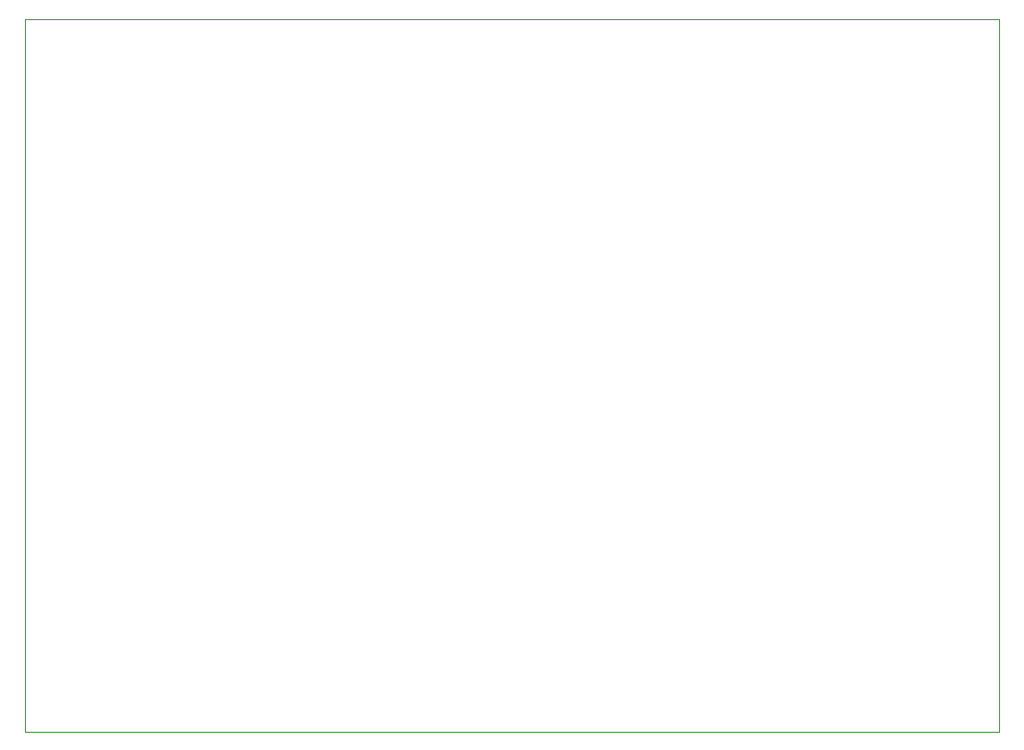
<source format=gbr>
G04 DipTrace 4.1.2.0*
G04 BoardOutline.gbr*
%MOIN*%
G04 #@! TF.FileFunction,Profile*
G04 #@! TF.Part,Single*
%ADD10C,0.004724*%
%FSLAX26Y26*%
G04*
G70*
G90*
G75*
G01*
G04 BoardOutline*
%LPD*%
X-1692913Y1299213D2*
G54D10*
X1692913D1*
Y-1181102D1*
X-1692913D1*
Y1299213D1*
M02*

</source>
